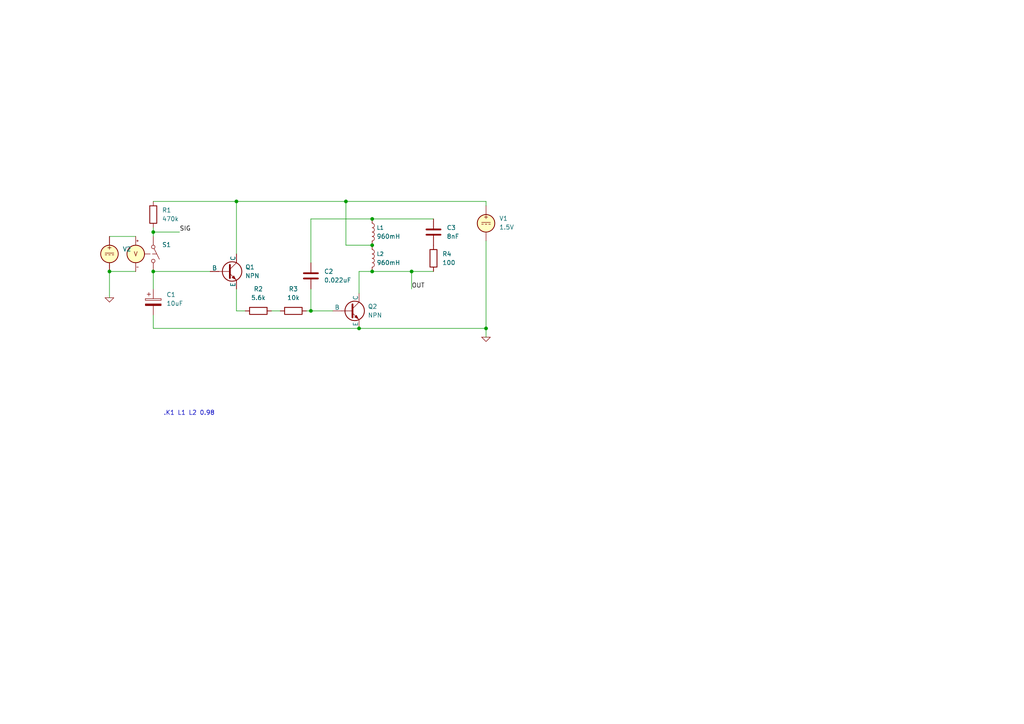
<source format=kicad_sch>
(kicad_sch (version 20250114) (generator "eeschema") (generator_version "9.0")
  (paper "A4")
  (lib_symbols
    (symbol "Device:C" (pin_numbers (hide yes)) (pin_names (offset 0.254))
      (property "Reference" "C" (at 0.635 2.54 0))
      (property "Value" "C" (at 0.635 -2.54 0))
      (symbol "C_0_1"
        (polyline (pts (xy -2.032 0.762) (xy 2.032 0.762)) (stroke (width 0.508)))
        (polyline (pts (xy -2.032 -0.762) (xy 2.032 -0.762)) (stroke (width 0.508)))
      )
      (symbol "C_1_1"
        (pin passive line (at 0 3.81 270) (length 2.794) (name "~") (number "1"))
        (pin passive line (at 0 -3.81 90) (length 2.794) (name "~") (number "2"))
      )
    )
    (symbol "Device:C_Polarized" (pin_numbers (hide yes)) (pin_names (offset 0.254))
      (property "Reference" "C" (at 0.635 2.54 0))
      (property "Value" "C_Polarized" (at 0.635 -2.54 0))
      (symbol "C_Polarized_0_1"
        (rectangle (start -2.286 0.508) (end 2.286 1.016))
        (polyline (pts (xy -1.778 2.286) (xy -0.762 2.286)))
        (polyline (pts (xy -1.27 2.794) (xy -1.27 1.778)))
        (rectangle (start 2.286 -0.508) (end -2.286 -1.016) (fill (type outline)))
      )
      (symbol "C_Polarized_1_1"
        (pin passive line (at 0 3.81 270) (length 2.794) (name "~") (number "1"))
        (pin passive line (at 0 -3.81 90) (length 2.794) (name "~") (number "2"))
      )
    )
    (symbol "Device:R" (pin_numbers (hide yes)) (pin_names (offset 0))
      (property "Reference" "R" (at 2.032 0 90))
      (property "Value" "R" (at 0 0 90))
      (symbol "R_0_1"
        (rectangle (start -1.016 -2.54) (end 1.016 2.54) (stroke (width 0.254)))
      )
      (symbol "R_1_1"
        (pin passive line (at 0 3.81 270) (length 1.27) (name "~") (number "1"))
        (pin passive line (at 0 -3.81 90) (length 1.27) (name "~") (number "2"))
      )
    )
    (symbol "Simulation_SPICE:0" (power) (pin_numbers (hide yes)) (pin_names (offset 0) (hide yes))
      (property "Value" "0" (at 0 -2.54 0))
      (symbol "0_0_1"
        (polyline (pts (xy -1.27 0) (xy 0 -1.27) (xy 1.27 0) (xy -1.27 0)))
      )
      (symbol "0_1_1"
        (pin power_in line (at 0 0 0) (length 0) (name "~") (number "1"))
      )
    )
    (symbol "Simulation_SPICE:NPN" (pin_numbers (hide yes)) (pin_names (offset 0))
      (property "Reference" "Q" (at -2.54 7.62 0))
      (property "Value" "NPN" (at -2.54 5.08 0))
      (symbol "NPN_0_1"
        (polyline (pts (xy -2.54 0) (xy 0.635 0)) (stroke (width 0.1524)))
        (polyline (pts (xy 0.635 1.905) (xy 0.635 -1.905) (xy 0.635 -1.905)) (stroke (width 0.508)))
        (polyline (pts (xy 0.635 0.635) (xy 2.54 2.54)))
        (polyline (pts (xy 0.635 -0.635) (xy 2.54 -2.54) (xy 2.54 -2.54)))
        (circle (center 1.27 0) (radius 2.8194) (stroke (width 0.254)))
        (polyline (pts (xy 1.27 -1.778) (xy 1.778 -1.27) (xy 2.286 -2.286) (xy 1.27 -1.778) (xy 1.27 -1.778)) (fill (type outline)))
        (polyline (pts (xy 2.794 -1.27) (xy 2.794 -1.27)) (stroke (width 0.1524)))
        (polyline (pts (xy 2.794 -1.27) (xy 2.794 -1.27)) (stroke (width 0.1524)))
      )
      (symbol "NPN_1_1"
        (pin input line (at -5.08 0 0) (length 2.54) (name "B") (number "2"))
        (pin open_collector line (at 2.54 5.08 270) (length 2.54) (name "C") (number "1"))
        (pin open_emitter line (at 2.54 -5.08 90) (length 2.54) (name "E") (number "3"))
      )
    )
    (symbol "Simulation_SPICE:SWITCH" (pin_numbers (hide yes)) (pin_names (offset 1.016) (hide yes))
      (property "Reference" "S" (at 2.54 2.54 0))
      (property "Value" "SWITCH" (at 2.54 0 0))
      (property "Sim.Params" "thr=0 ron=1" (at 2.54 -2.54 0))
      (symbol "SWITCH_0_1"
        (circle (center 0 2.032) (radius 0.508))
        (circle (center 0 -2.032) (radius 0.508))
        (polyline (pts (xy 0.254 1.524) (xy 1.778 -1.524)))
      )
      (symbol "SWITCH_1_1"
        (circle (center -5.08 0) (radius 2.54) (stroke (width 0.254)) (fill (type background)))
        (polyline (pts (xy -4.826 3.81) (xy -4.318 3.81)))
        (polyline (pts (xy -4.826 -3.81) (xy -4.318 -3.81)))
        (polyline (pts (xy -4.572 4.064) (xy -4.572 3.556)))
        (polyline (pts (xy -2.54 0) (xy 0.889 0)) (stroke (width 0) (type dash)))
        (text "V" (at -5.08 0 0) (effects (font (size 1.27 1.27))))
        (pin input line (at -5.08 5.08 270) (length 2.54) (name "C+") (number "3"))
        (pin input line (at -5.08 -5.08 90) (length 2.54) (name "C-") (number "4"))
        (pin passive line (at 0 5.08 270) (length 2.54) (name "N+") (number "1"))
        (pin passive line (at 0 -5.08 90) (length 2.54) (name "N-") (number "2"))
      )
    )
    (symbol "Simulation_SPICE:VDC" (pin_numbers (hide yes)) (pin_names (offset 0.0254))
      (property "Reference" "V" (at 2.54 2.54 0))
      (property "Value" "1" (at 2.54 0 0))
      (symbol "VDC_0_0"
        (polyline (pts (xy -1.27 0.254) (xy 1.27 0.254)))
        (polyline (pts (xy -0.762 -0.254) (xy -1.27 -0.254)))
        (polyline (pts (xy 0.254 -0.254) (xy -0.254 -0.254)))
        (polyline (pts (xy 1.27 -0.254) (xy 0.762 -0.254)))
        (text "+" (at 0 1.905 0) (effects (font (size 1.27 1.27))))
      )
      (symbol "VDC_0_1"
        (circle (center 0 0) (radius 2.54) (stroke (width 0.254)) (fill (type background)))
      )
      (symbol "VDC_1_1"
        (pin passive line (at 0 5.08 270) (length 2.54) (name "~") (number "1"))
        (pin passive line (at 0 -5.08 90) (length 2.54) (name "~") (number "2"))
      )
    )
    (symbol "kicadunlocked:L" (pin_numbers (hide yes)) (pin_names (offset 1.016) (hide yes))
      (property "Reference" "L" (at -1.27 -3.81 90))
      (property "Value" "L" (at 1.905 -3.81 90))
      (symbol "L_0_1"
        (arc (start 0 -1.27) (mid 0.6323 -1.905) (end 0 -2.54))
        (arc (start 0 -2.54) (mid 0.6323 -3.175) (end 0 -3.81))
        (arc (start 0 -3.81) (mid 0.6323 -4.445) (end 0 -5.08))
        (arc (start 0 -5.08) (mid 0.6323 -5.715) (end 0 -6.35))
      )
      (symbol "L_1_1"
        (pin passive line (at 0 0 270) (length 1.27) (name "1") (number "1"))
        (pin passive line (at 0 -7.62 90) (length 1.27) (name "2") (number "2"))
      )
    )
  )
  (text ".K1 L1 L2 0.98" (at 54.864 119.888 0) (effects (font (size 1.27 1.27))))
  (junction (at 107.95 78.74))
  (junction (at 90.17 90.17))
  (junction (at 31.75 78.74))
  (junction (at 44.45 67.31))
  (junction (at 107.95 71.12))
  (junction (at 68.58 58.42))
  (junction (at 100.33 58.42))
  (junction (at 107.95 63.5))
  (junction (at 104.14 95.25))
  (junction (at 140.97 95.25))
  (junction (at 119.38 78.74))
  (junction (at 44.45 78.74))
  (wire (pts (xy 107.95 63.5) (xy 125.73 63.5)))
  (wire (pts (xy 90.17 63.5) (xy 107.95 63.5)))
  (wire (pts (xy 104.14 85.09) (xy 104.14 78.74)))
  (wire (pts (xy 100.33 58.42) (xy 100.33 71.12)))
  (wire (pts (xy 44.45 78.74) (xy 44.45 83.82)))
  (wire (pts (xy 104.14 78.74) (xy 107.95 78.74)))
  (wire (pts (xy 78.74 90.17) (xy 81.28 90.17)))
  (wire (pts (xy 107.95 78.74) (xy 119.38 78.74)))
  (wire (pts (xy 90.17 83.82) (xy 90.17 90.17)))
  (wire (pts (xy 31.75 78.74) (xy 39.37 78.74)))
  (wire (pts (xy 119.38 78.74) (xy 119.38 83.82)))
  (wire (pts (xy 100.33 58.42) (xy 140.97 58.42)))
  (wire (pts (xy 90.17 76.2) (xy 90.17 63.5)))
  (wire (pts (xy 68.58 83.82) (xy 68.58 90.17)))
  (wire (pts (xy 44.45 67.31) (xy 44.45 68.58)))
  (wire (pts (xy 31.75 78.74) (xy 31.75 86.36)))
  (wire (pts (xy 140.97 58.42) (xy 140.97 59.69)))
  (wire (pts (xy 140.97 95.25) (xy 140.97 97.79)))
  (wire (pts (xy 44.45 58.42) (xy 68.58 58.42)))
  (wire (pts (xy 104.14 95.25) (xy 44.45 95.25)))
  (wire (pts (xy 44.45 67.31) (xy 52.07 67.31)))
  (wire (pts (xy 44.45 78.74) (xy 60.96 78.74)))
  (wire (pts (xy 88.9 90.17) (xy 90.17 90.17)))
  (wire (pts (xy 68.58 90.17) (xy 71.12 90.17)))
  (wire (pts (xy 140.97 69.85) (xy 140.97 95.25)))
  (wire (pts (xy 68.58 58.42) (xy 100.33 58.42)))
  (wire (pts (xy 119.38 78.74) (xy 125.73 78.74)))
  (wire (pts (xy 107.95 71.12) (xy 100.33 71.12)))
  (wire (pts (xy 31.75 68.58) (xy 39.37 68.58)))
  (wire (pts (xy 90.17 90.17) (xy 96.52 90.17)))
  (wire (pts (xy 44.45 91.44) (xy 44.45 95.25)))
  (wire (pts (xy 44.45 66.04) (xy 44.45 67.31)))
  (wire (pts (xy 68.58 58.42) (xy 68.58 73.66)))
  (wire (pts (xy 104.14 95.25) (xy 140.97 95.25)))
  (label "SIG" (at 52.07 67.31 0))
  (label "OUT" (at 119.38 83.82 0))
  (symbol (lib_id "kicadunlocked:L") (at 107.95 63.5 0) (unit 1)
    (property "Reference" "L1" (at 109.22 66.0399 0) (effects (font (size 1.1 1.1)) (justify left)))
    (property "Value" "960mH" (at 109.22 68.5799 0) (effects (justify left)))
    (property "Description" "Inductor" (effects (hide yes)))
  )
  (symbol (lib_id "Simulation_SPICE:SWITCH") (at 44.45 73.66 0) (unit 1)
    (property "Reference" "S1" (at 46.99 70.9929 0) (effects (justify left)))
    (property "Value" "SWITCH" (effects (hide yes)))
    (property "Datasheet" "https://ngspice.sourceforge.io/docs/ngspice-html-manual/manual.xhtml#subsec_Switches" (effects (hide yes)))
    (property "Description" "Voltage controlled switch symbol for simulation only" (effects (hide yes)))
    (property "Sim.Device" "SW" (effects (hide yes)))
    (property "Sim.Type" "V" (effects (hide yes)))
    (property "Sim.Params" "thr=0 ron=1 roff=10M" (effects (hide yes)))
    (property "Sim.Pins" "1=no+ 2=no- 3=ctrl+ 4=ctrl-" (effects (hide yes)))
  )
  (symbol (lib_id "Device:C") (at 90.17 80.01 0) (unit 1)
    (property "Reference" "C2" (at 93.98 78.7399 0) (effects (justify left)))
    (property "Value" "0.022uF" (at 93.98 81.2799 0) (effects (justify left)))
    (property "Description" "Unpolarized capacitor" (effects (hide yes)))
  )
  (symbol (lib_id "Simulation_SPICE:NPN") (at 66.04 78.74 0) (unit 1)
    (property "Reference" "Q1" (at 71.12 77.4699 0) (effects (justify left)))
    (property "Value" "NPN" (at 71.12 80.0099 0) (effects (justify left)))
    (property "Datasheet" "https://ngspice.sourceforge.io/docs/ngspice-html-manual/manual.xhtml#cha_BJTs" (effects (hide yes)))
    (property "Description" "Bipolar transistor symbol for simulation only, substrate tied to the emitter" (effects (hide yes)))
    (property "Sim.Device" "NPN" (effects (hide yes)))
    (property "Sim.Type" "GUMMELPOON" (effects (hide yes)))
    (property "Sim.Pins" "1=C 2=B 3=E" (effects (hide yes)))
  )
  (symbol (lib_id "Simulation_SPICE:0") (at 31.75 86.36 0) (unit 1)
    (property "Reference" "#GND01" (effects (hide yes)))
    (property "Value" "0" (effects (hide yes)))
    (property "Datasheet" "https://ngspice.sourceforge.io/docs/ngspice-html-manual/manual.xhtml#subsec_Circuit_elements__device" (effects (hide yes)))
    (property "Description" "0V reference potential for simulation" (effects (hide yes)))
  )
  (symbol (lib_id "Device:R") (at 74.93 90.17 90) (unit 1)
    (property "Reference" "R2" (at 74.93 83.82 90))
    (property "Value" "5.6k" (at 74.93 86.36 90))
    (property "Description" "Resistor" (effects (hide yes)))
  )
  (symbol (lib_id "Simulation_SPICE:VDC") (at 140.97 64.77 0) (unit 1)
    (property "Reference" "V1" (at 144.78 63.3701 0) (effects (justify left)))
    (property "Value" "1.5V" (at 144.78 65.9101 0) (effects (justify left)))
    (property "Datasheet" "https://ngspice.sourceforge.io/docs/ngspice-html-manual/manual.xhtml#sec_Independent_Sources_for" (effects (hide yes)))
    (property "Description" "Voltage source, DC" (effects (hide yes)))
    (property "Sim.Pins" "1=+ 2=-" (effects (hide yes)))
    (property "Sim.Type" "DC" (effects (hide yes)))
    (property "Sim.Device" "V" (effects (hide yes)))
  )
  (symbol (lib_id "Device:R") (at 44.45 62.23 0) (unit 1)
    (property "Reference" "R1" (at 46.99 60.9599 0) (effects (justify left)))
    (property "Value" "470k" (at 46.99 63.4999 0) (effects (justify left)))
    (property "Description" "Resistor" (effects (hide yes)))
  )
  (symbol (lib_id "Device:C") (at 125.73 67.31 0) (unit 1)
    (property "Reference" "C3" (at 129.54 66.0399 0) (effects (justify left)))
    (property "Value" "8nF" (at 129.54 68.5799 0) (effects (justify left)))
    (property "Description" "Unpolarized capacitor" (effects (hide yes)))
  )
  (symbol (lib_id "Simulation_SPICE:VDC") (at 31.75 73.66 0) (unit 1)
    (property "Reference" "V2" (at 35.56 72.2601 0) (effects (justify left)))
    (property "Value" "${SIM.PARAMS}" (effects (hide yes)))
    (property "Datasheet" "https://ngspice.sourceforge.io/docs/ngspice-html-manual/manual.xhtml#sec_Independent_Sources_for" (effects (hide yes)))
    (property "Description" "Voltage source, DC" (effects (hide yes)))
    (property "Sim.Pins" "1=+ 2=-" (effects (hide yes)))
    (property "Sim.Type" "PULSE" (effects (hide yes)))
    (property "Sim.Device" "V" (effects (hide yes)))
    (property "Sim.Params" "y1=-5 y2=5 td=0 tr=1u tf=1u tw=0.5 per=1" (effects (hide yes)))
  )
  (symbol (lib_id "Device:R") (at 85.09 90.17 90) (unit 1)
    (property "Reference" "R3" (at 85.09 83.82 90))
    (property "Value" "10k" (at 85.09 86.36 90))
    (property "Description" "Resistor" (effects (hide yes)))
  )
  (symbol (lib_id "Simulation_SPICE:0") (at 140.97 97.79 0) (unit 1)
    (property "Reference" "#GND02" (effects (hide yes)))
    (property "Value" "0" (effects (hide yes)))
    (property "Datasheet" "https://ngspice.sourceforge.io/docs/ngspice-html-manual/manual.xhtml#subsec_Circuit_elements__device" (effects (hide yes)))
    (property "Description" "0V reference potential for simulation" (effects (hide yes)))
  )
  (symbol (lib_id "Device:C_Polarized") (at 44.45 87.63 0) (unit 1)
    (property "Reference" "C1" (at 48.26 85.4709 0) (effects (justify left)))
    (property "Value" "10uF" (at 48.26 88.0109 0) (effects (justify left)))
    (property "Description" "Polarized capacitor" (effects (hide yes)))
  )
  (symbol (lib_id "Simulation_SPICE:NPN") (at 101.6 90.17 0) (unit 1)
    (property "Reference" "Q2" (at 106.68 88.8999 0) (effects (justify left)))
    (property "Value" "NPN" (at 106.68 91.4399 0) (effects (justify left)))
    (property "Datasheet" "https://ngspice.sourceforge.io/docs/ngspice-html-manual/manual.xhtml#cha_BJTs" (effects (hide yes)))
    (property "Description" "Bipolar transistor symbol for simulation only, substrate tied to the emitter" (effects (hide yes)))
    (property "Sim.Device" "NPN" (effects (hide yes)))
    (property "Sim.Type" "GUMMELPOON" (effects (hide yes)))
    (property "Sim.Pins" "1=C 2=B 3=E" (effects (hide yes)))
  )
  (symbol (lib_id "Device:R") (at 125.73 74.93 0) (unit 1)
    (property "Reference" "R4" (at 128.27 73.6599 0) (effects (justify left)))
    (property "Value" "100" (at 128.27 76.1999 0) (effects (justify left)))
    (property "Description" "Resistor" (effects (hide yes)))
  )
  (symbol (lib_id "kicadunlocked:L") (at 107.95 71.12 0) (unit 1)
    (property "Reference" "L2" (at 109.22 73.6599 0) (effects (font (size 1.1 1.1)) (justify left)))
    (property "Value" "960mH" (at 109.22 76.1999 0) (effects (justify left)))
    (property "Description" "Inductor" (effects (hide yes)))
  )
)
</source>
